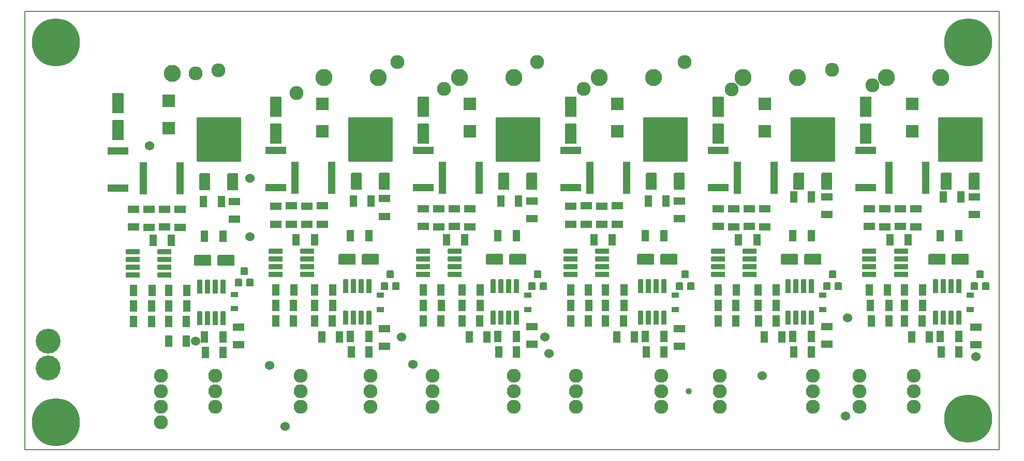
<source format=gbr>
G04 PROTEUS GERBER X2 FILE*
%TF.GenerationSoftware,Labcenter,Proteus,8.7-SP3-Build25561*%
%TF.CreationDate,2021-05-23T19:28:46+00:00*%
%TF.FileFunction,Soldermask,Bot*%
%TF.FilePolarity,Negative*%
%TF.Part,Single*%
%TF.SameCoordinates,{ce74c1e3-353a-4a96-b4f4-cabdf69041bd}*%
%FSLAX45Y45*%
%MOMM*%
G01*
%TA.AperFunction,Material*%
%ADD44C,1.016000*%
%ADD45C,1.524000*%
%ADD46C,2.286000*%
%TA.AperFunction,Material*%
%ADD48C,4.064000*%
%ADD49C,2.794000*%
%AMPPAD062*
4,1,36,
-0.444500,-0.635000,
0.444500,-0.635000,
0.470470,-0.632470,
0.494480,-0.625200,
0.516080,-0.613650,
0.534790,-0.598290,
0.550150,-0.579570,
0.561700,-0.557980,
0.568970,-0.533970,
0.571500,-0.508000,
0.571500,0.508000,
0.568970,0.533970,
0.561700,0.557980,
0.550150,0.579570,
0.534790,0.598290,
0.516080,0.613650,
0.494480,0.625200,
0.470470,0.632470,
0.444500,0.635000,
-0.444500,0.635000,
-0.470470,0.632470,
-0.494480,0.625200,
-0.516080,0.613650,
-0.534790,0.598290,
-0.550150,0.579570,
-0.561700,0.557980,
-0.568970,0.533970,
-0.571500,0.508000,
-0.571500,-0.508000,
-0.568970,-0.533970,
-0.561700,-0.557980,
-0.550150,-0.579570,
-0.534790,-0.598290,
-0.516080,-0.613650,
-0.494480,-0.625200,
-0.470470,-0.632470,
-0.444500,-0.635000,
0*%
%TA.AperFunction,Material*%
%ADD68PPAD062*%
%AMPPAD063*
4,1,36,
3.492500,3.619500,
-3.492500,3.619500,
-3.518470,3.616970,
-3.542480,3.609700,
-3.564080,3.598150,
-3.582790,3.582790,
-3.598150,3.564070,
-3.609700,3.542480,
-3.616970,3.518470,
-3.619500,3.492500,
-3.619500,-3.492500,
-3.616970,-3.518470,
-3.609700,-3.542480,
-3.598150,-3.564070,
-3.582790,-3.582790,
-3.564080,-3.598150,
-3.542480,-3.609700,
-3.518470,-3.616970,
-3.492500,-3.619500,
3.492500,-3.619500,
3.518470,-3.616970,
3.542480,-3.609700,
3.564080,-3.598150,
3.582790,-3.582790,
3.598150,-3.564070,
3.609700,-3.542480,
3.616970,-3.518470,
3.619500,-3.492500,
3.619500,3.492500,
3.616970,3.518470,
3.609700,3.542480,
3.598150,3.564070,
3.582790,3.582790,
3.564080,3.598150,
3.542480,3.609700,
3.518470,3.616970,
3.492500,3.619500,
0*%
%ADD69PPAD063*%
%AMPPAD064*
4,1,36,
0.762000,1.397000,
-0.762000,1.397000,
-0.787970,1.394470,
-0.811980,1.387200,
-0.833580,1.375650,
-0.852290,1.360290,
-0.867650,1.341570,
-0.879200,1.319980,
-0.886470,1.295970,
-0.889000,1.270000,
-0.889000,-1.270000,
-0.886470,-1.295970,
-0.879200,-1.319980,
-0.867650,-1.341570,
-0.852290,-1.360290,
-0.833580,-1.375650,
-0.811980,-1.387200,
-0.787970,-1.394470,
-0.762000,-1.397000,
0.762000,-1.397000,
0.787970,-1.394470,
0.811980,-1.387200,
0.833580,-1.375650,
0.852290,-1.360290,
0.867650,-1.341570,
0.879200,-1.319980,
0.886470,-1.295970,
0.889000,-1.270000,
0.889000,1.270000,
0.886470,1.295970,
0.879200,1.319980,
0.867650,1.341570,
0.852290,1.360290,
0.833580,1.375650,
0.811980,1.387200,
0.787970,1.394470,
0.762000,1.397000,
0*%
%ADD74PPAD064*%
%AMPPAD065*
4,1,4,
-1.054100,-1.054100,
1.054100,-1.054100,
1.054100,1.054100,
-1.054100,1.054100,
-1.054100,-1.054100,
0*%
%TA.AperFunction,Material*%
%ADD75PPAD065*%
%AMPPAD066*
4,1,36,
-0.571500,0.317500,
-0.571500,-0.317500,
-0.568970,-0.343470,
-0.561700,-0.367480,
-0.550150,-0.389080,
-0.534790,-0.407790,
-0.516070,-0.423150,
-0.494480,-0.434700,
-0.470470,-0.441970,
-0.444500,-0.444500,
0.444500,-0.444500,
0.470470,-0.441970,
0.494480,-0.434700,
0.516070,-0.423150,
0.534790,-0.407790,
0.550150,-0.389080,
0.561700,-0.367480,
0.568970,-0.343470,
0.571500,-0.317500,
0.571500,0.317500,
0.568970,0.343470,
0.561700,0.367480,
0.550150,0.389080,
0.534790,0.407790,
0.516070,0.423150,
0.494480,0.434700,
0.470470,0.441970,
0.444500,0.444500,
-0.444500,0.444500,
-0.470470,0.441970,
-0.494480,0.434700,
-0.516070,0.423150,
-0.534790,0.407790,
-0.550150,0.389080,
-0.561700,0.367480,
-0.568970,0.343470,
-0.571500,0.317500,
0*%
%ADD76PPAD066*%
%AMPPAD067*
4,1,4,
-0.596900,-2.654300,
0.596900,-2.654300,
0.596900,2.654300,
-0.596900,2.654300,
-0.596900,-2.654300,
0*%
%ADD77PPAD067*%
%AMPPAD068*
4,1,36,
-0.825500,-1.651000,
0.825500,-1.651000,
0.851470,-1.648470,
0.875480,-1.641200,
0.897080,-1.629650,
0.915790,-1.614290,
0.931150,-1.595570,
0.942700,-1.573980,
0.949970,-1.549970,
0.952500,-1.524000,
0.952500,1.524000,
0.949970,1.549970,
0.942700,1.573980,
0.931150,1.595570,
0.915790,1.614290,
0.897080,1.629650,
0.875480,1.641200,
0.851470,1.648470,
0.825500,1.651000,
-0.825500,1.651000,
-0.851470,1.648470,
-0.875480,1.641200,
-0.897080,1.629650,
-0.915790,1.614290,
-0.931150,1.595570,
-0.942700,1.573980,
-0.949970,1.549970,
-0.952500,1.524000,
-0.952500,-1.524000,
-0.949970,-1.549970,
-0.942700,-1.573980,
-0.931150,-1.595570,
-0.915790,-1.614290,
-0.897080,-1.629650,
-0.875480,-1.641200,
-0.851470,-1.648470,
-0.825500,-1.651000,
0*%
%ADD78PPAD068*%
%AMPPAD069*
4,1,36,
1.143000,-0.317500,
1.143000,0.317500,
1.140470,0.343470,
1.133200,0.367480,
1.121650,0.389080,
1.106290,0.407790,
1.087570,0.423150,
1.065980,0.434700,
1.041970,0.441970,
1.016000,0.444500,
-1.016000,0.444500,
-1.041970,0.441970,
-1.065980,0.434700,
-1.087570,0.423150,
-1.106290,0.407790,
-1.121650,0.389080,
-1.133200,0.367480,
-1.140470,0.343470,
-1.143000,0.317500,
-1.143000,-0.317500,
-1.140470,-0.343470,
-1.133200,-0.367480,
-1.121650,-0.389080,
-1.106290,-0.407790,
-1.087570,-0.423150,
-1.065980,-0.434700,
-1.041970,-0.441970,
-1.016000,-0.444500,
1.016000,-0.444500,
1.041970,-0.441970,
1.065980,-0.434700,
1.087570,-0.423150,
1.106290,-0.407790,
1.121650,-0.389080,
1.133200,-0.367480,
1.140470,-0.343470,
1.143000,-0.317500,
0*%
%TA.AperFunction,Material*%
%ADD79PPAD069*%
%AMPPAD070*
4,1,36,
-0.317500,-1.143000,
0.317500,-1.143000,
0.343470,-1.140470,
0.367480,-1.133200,
0.389080,-1.121650,
0.407790,-1.106290,
0.423150,-1.087570,
0.434700,-1.065980,
0.441970,-1.041970,
0.444500,-1.016000,
0.444500,1.016000,
0.441970,1.041970,
0.434700,1.065980,
0.423150,1.087570,
0.407790,1.106290,
0.389080,1.121650,
0.367480,1.133200,
0.343470,1.140470,
0.317500,1.143000,
-0.317500,1.143000,
-0.343470,1.140470,
-0.367480,1.133200,
-0.389080,1.121650,
-0.407790,1.106290,
-0.423150,1.087570,
-0.434700,1.065980,
-0.441970,1.041970,
-0.444500,1.016000,
-0.444500,-1.016000,
-0.441970,-1.041970,
-0.434700,-1.065980,
-0.423150,-1.087570,
-0.407790,-1.106290,
-0.389080,-1.121650,
-0.367480,-1.133200,
-0.343470,-1.140470,
-0.317500,-1.143000,
0*%
%ADD80PPAD070*%
%AMPPAD071*
4,1,4,
-1.701800,0.622300,
-1.701800,-0.622300,
1.701800,-0.622300,
1.701800,0.622300,
-1.701800,0.622300,
0*%
%TA.AperFunction,Material*%
%ADD81PPAD071*%
%AMPPAD052*
4,1,36,
-1.397000,-0.762000,
-1.397000,0.762000,
-1.394470,0.787970,
-1.387200,0.811980,
-1.375650,0.833580,
-1.360290,0.852290,
-1.341570,0.867650,
-1.319980,0.879200,
-1.295970,0.886470,
-1.270000,0.889000,
1.270000,0.889000,
1.295970,0.886470,
1.319980,0.879200,
1.341570,0.867650,
1.360290,0.852290,
1.375650,0.833580,
1.387200,0.811980,
1.394470,0.787970,
1.397000,0.762000,
1.397000,-0.762000,
1.394470,-0.787970,
1.387200,-0.811980,
1.375650,-0.833580,
1.360290,-0.852290,
1.341570,-0.867650,
1.319980,-0.879200,
1.295970,-0.886470,
1.270000,-0.889000,
-1.270000,-0.889000,
-1.295970,-0.886470,
-1.319980,-0.879200,
-1.341570,-0.867650,
-1.360290,-0.852290,
-1.375650,-0.833580,
-1.387200,-0.811980,
-1.394470,-0.787970,
-1.397000,-0.762000,
0*%
%ADD58PPAD052*%
%AMPPAD072*
4,1,4,
0.571500,0.901700,
-0.571500,0.901700,
-0.571500,-0.901700,
0.571500,-0.901700,
0.571500,0.901700,
0*%
%ADD82PPAD072*%
%AMPPAD073*
4,1,4,
0.901700,-0.571500,
0.901700,0.571500,
-0.901700,0.571500,
-0.901700,-0.571500,
0.901700,-0.571500,
0*%
%ADD83PPAD073*%
%TA.AperFunction,Material*%
%ADD62C,7.874000*%
%TA.AperFunction,Profile*%
%ADD38C,0.203200*%
%TD.AperFunction*%
D44*
X+1145382Y-2682923D03*
D45*
X-1270000Y-2413000D03*
X+6032500Y-2095500D03*
X+1079500Y-2413000D03*
X+1143584Y-2681125D03*
D44*
X-3424759Y-2876572D03*
X+3429000Y-3302000D03*
D45*
X+4635500Y-3048000D03*
X+5995294Y-3705851D03*
X+8128000Y-2730500D03*
D46*
X-2984500Y+1587500D03*
X-571500Y+1651000D03*
X+1714500Y+1651000D03*
X+4134346Y+1645009D03*
X+5778500Y+1968500D03*
X+6437156Y+1707029D03*
X+3365500Y+2095500D03*
X+952500Y+2095500D03*
X-1333500Y+2095500D03*
D45*
X-4635500Y-2476500D03*
X-3429000Y-2876572D03*
X-3175000Y-3873500D03*
X-3749845Y-768079D03*
X-3746500Y+190500D03*
D46*
X-4263961Y+1955083D03*
D45*
X-5394560Y+718686D03*
X-1079500Y-2857500D03*
D48*
X-7048500Y-2476500D03*
X-7048500Y-2921000D03*
D49*
X-1651000Y+1841500D03*
D46*
X-2921000Y-3556000D03*
X-2921000Y-3048000D03*
X-2921000Y-3302000D03*
D49*
X+571500Y+1841500D03*
D46*
X-762000Y-3556000D03*
X-762000Y-3302000D03*
X-762000Y-3048000D03*
X+1587500Y-3302000D03*
X+1587500Y-3556000D03*
X+1587500Y-3048000D03*
D49*
X+2857500Y+1841500D03*
D46*
X+3937000Y-3556000D03*
X+6223000Y-3556000D03*
X+3937000Y-3048000D03*
X+6223000Y-3048000D03*
X+3937000Y-3302000D03*
X+6223000Y-3302000D03*
D49*
X+5207000Y+1841500D03*
X+7556500Y+1841500D03*
D68*
X+8196580Y-1389380D03*
X+8290560Y-1579880D03*
X+8102600Y-1579880D03*
D69*
X+7874000Y+825500D03*
D74*
X+8102600Y+134620D03*
X+7645400Y+134620D03*
D68*
X+5783580Y-1389380D03*
X+5877560Y-1579880D03*
X+5689600Y-1579880D03*
D69*
X+5461000Y+825500D03*
D74*
X+5689600Y+134620D03*
X+5232400Y+134620D03*
D68*
X+3370580Y-1389380D03*
X+3464560Y-1579880D03*
X+3276600Y-1579880D03*
D69*
X+3048000Y+825500D03*
D74*
X+3276600Y+134620D03*
X+2819400Y+134620D03*
D68*
X+957580Y-1389380D03*
X+1051560Y-1579880D03*
X+863600Y-1579880D03*
D69*
X+635000Y+825500D03*
D74*
X+863600Y+134620D03*
X+406400Y+134620D03*
D68*
X-1455420Y-1389380D03*
X-1361440Y-1579880D03*
X-1549400Y-1579880D03*
D69*
X-1778000Y+825500D03*
D74*
X-1549400Y+134620D03*
X-2006600Y+134620D03*
D75*
X+7086600Y+1404620D03*
X+7086600Y+954620D03*
D76*
X+8039100Y-1960880D03*
X+8039100Y-1725930D03*
D75*
X+4673600Y+1404620D03*
X+4673600Y+954620D03*
D76*
X+5626100Y-1960880D03*
X+5626100Y-1725930D03*
D75*
X+2260600Y+1404620D03*
X+2260600Y+954620D03*
D76*
X+3213100Y-1960880D03*
X+3213100Y-1725930D03*
D75*
X-152400Y+1404620D03*
X-152400Y+954620D03*
D76*
X+800100Y-1960880D03*
X+800100Y-1725930D03*
D75*
X-2565400Y+1404620D03*
X-2565400Y+954620D03*
D76*
X-1612900Y-1960880D03*
X-1612900Y-1725930D03*
D77*
X+6705600Y+198120D03*
X+7305600Y+198120D03*
X+4229100Y+198120D03*
X+4829100Y+198120D03*
X+1816100Y+198120D03*
X+2416100Y+198120D03*
X-596900Y+198120D03*
X+3100Y+198120D03*
X-3009900Y+198120D03*
X-2409900Y+198120D03*
D46*
X+7112000Y-3302000D03*
X+5461000Y-3302000D03*
X+2984500Y-3302000D03*
X+571500Y-3302000D03*
X-1778000Y-3302000D03*
X+7112000Y-3556000D03*
X+5461000Y-3556000D03*
X+2984500Y-3556000D03*
X+571500Y-3556000D03*
X-1778000Y-3556000D03*
X+7112000Y-3048000D03*
X+5461000Y-3048000D03*
X+2984500Y-3048000D03*
X+571500Y-3048000D03*
X-1778000Y-3048000D03*
D49*
X+6667500Y+1841500D03*
X+4318000Y+1841500D03*
X+1968500Y+1841500D03*
X-317500Y+1841500D03*
X-2540000Y+1841500D03*
D78*
X+6324600Y+914620D03*
X+6324600Y+1359120D03*
X+3911600Y+914620D03*
X+3911600Y+1359120D03*
X+1498600Y+914620D03*
X+1498600Y+1359120D03*
X-914400Y+914620D03*
X-914400Y+1359120D03*
X-3327400Y+914620D03*
X-3327400Y+1359120D03*
D79*
X+6908800Y-1008380D03*
X+6908800Y-1135380D03*
X+6908800Y-1262380D03*
X+6908800Y-1389380D03*
X+6388100Y-1389380D03*
X+6388100Y-1262380D03*
X+6388100Y-1135380D03*
X+6388100Y-1008380D03*
D80*
X+7848600Y-2100580D03*
X+7721600Y-2100580D03*
X+7594600Y-2100580D03*
X+7467600Y-2100580D03*
X+7467600Y-1579880D03*
X+7594600Y-1579880D03*
X+7721600Y-1579880D03*
X+7848600Y-1579880D03*
D79*
X+4432300Y-1008380D03*
X+4432300Y-1135380D03*
X+4432300Y-1262380D03*
X+4432300Y-1389380D03*
X+3911600Y-1389380D03*
X+3911600Y-1262380D03*
X+3911600Y-1135380D03*
X+3911600Y-1008380D03*
D80*
X+5435600Y-2100580D03*
X+5308600Y-2100580D03*
X+5181600Y-2100580D03*
X+5054600Y-2100580D03*
X+5054600Y-1579880D03*
X+5181600Y-1579880D03*
X+5308600Y-1579880D03*
X+5435600Y-1579880D03*
D79*
X+2019300Y-1008380D03*
X+2019300Y-1135380D03*
X+2019300Y-1262380D03*
X+2019300Y-1389380D03*
X+1498600Y-1389380D03*
X+1498600Y-1262380D03*
X+1498600Y-1135380D03*
X+1498600Y-1008380D03*
D80*
X+3022600Y-2100580D03*
X+2895600Y-2100580D03*
X+2768600Y-2100580D03*
X+2641600Y-2100580D03*
X+2641600Y-1579880D03*
X+2768600Y-1579880D03*
X+2895600Y-1579880D03*
X+3022600Y-1579880D03*
D79*
X-393700Y-1008380D03*
X-393700Y-1135380D03*
X-393700Y-1262380D03*
X-393700Y-1389380D03*
X-914400Y-1389380D03*
X-914400Y-1262380D03*
X-914400Y-1135380D03*
X-914400Y-1008380D03*
D80*
X+609600Y-2100580D03*
X+482600Y-2100580D03*
X+355600Y-2100580D03*
X+228600Y-2100580D03*
X+228600Y-1579880D03*
X+355600Y-1579880D03*
X+482600Y-1579880D03*
X+609600Y-1579880D03*
D79*
X-2806700Y-1008380D03*
X-2806700Y-1135380D03*
X-2806700Y-1262380D03*
X-2806700Y-1389380D03*
X-3327400Y-1389380D03*
X-3327400Y-1262380D03*
X-3327400Y-1135380D03*
X-3327400Y-1008380D03*
D80*
X-1803400Y-2100580D03*
X-1930400Y-2100580D03*
X-2057400Y-2100580D03*
X-2184400Y-2100580D03*
X-2184400Y-1579880D03*
X-2057400Y-1579880D03*
X-1930400Y-1579880D03*
X-1803400Y-1579880D03*
D81*
X-3327400Y+642620D03*
X-3327400Y+32620D03*
X+6324600Y+642620D03*
X+6324600Y+32620D03*
X+1498600Y+642620D03*
X+1498600Y+32620D03*
X+3911600Y+642620D03*
X+3911600Y+32620D03*
X-914400Y+642620D03*
X-914400Y+32620D03*
D58*
X+7874000Y-1143000D03*
X+7493000Y-1143000D03*
D82*
X+7848600Y-754380D03*
X+7548600Y-754380D03*
D58*
X+5461000Y-1143000D03*
X+5080000Y-1143000D03*
D82*
X+5435600Y-754380D03*
X+5135600Y-754380D03*
D58*
X+3111500Y-1143000D03*
X+2730500Y-1143000D03*
D82*
X+3022600Y-754380D03*
X+2722600Y-754380D03*
D58*
X+635000Y-1143000D03*
X+254000Y-1143000D03*
D82*
X+609600Y-754380D03*
X+309600Y-754380D03*
D58*
X-1778000Y-1143000D03*
X-2159000Y-1143000D03*
D82*
X-1803400Y-754380D03*
X-2103400Y-754380D03*
X+6705600Y-2151380D03*
X+6415600Y-2151380D03*
X+6678100Y-1643380D03*
X+6388100Y-1643380D03*
D83*
X+6388100Y-599880D03*
X+6388100Y-309880D03*
X+6896100Y-599880D03*
X+6896100Y-309880D03*
D82*
X+7249600Y-2151380D03*
X+6959600Y-2151380D03*
D83*
X+8128000Y-2250000D03*
X+8128000Y-2540000D03*
D82*
X+7848600Y-2405380D03*
X+7548600Y-2405380D03*
D83*
X+7150100Y-309880D03*
X+7150100Y-609880D03*
X+8102600Y-119380D03*
X+8102600Y-409380D03*
D82*
X+7594600Y-119380D03*
X+7884600Y-119380D03*
X+7848600Y-2659380D03*
X+7558600Y-2659380D03*
D83*
X+6642100Y-309880D03*
X+6642100Y-609880D03*
D82*
X+7023100Y-817880D03*
X+6723100Y-817880D03*
X+7259600Y-1643380D03*
X+6959600Y-1643380D03*
X+7259600Y-1897380D03*
X+6959600Y-1897380D03*
X+6705600Y-1897380D03*
X+6405600Y-1897380D03*
X+4864100Y-1897380D03*
X+4564100Y-1897380D03*
X+4546600Y-817880D03*
X+4246600Y-817880D03*
X+4211600Y-1643380D03*
X+3911600Y-1643380D03*
D83*
X+4165600Y-309880D03*
X+4165600Y-609880D03*
D82*
X+4864100Y-1643380D03*
X+4564100Y-1643380D03*
X+5435600Y-2405380D03*
X+5135600Y-2405380D03*
X+5435600Y-2659380D03*
X+5145600Y-2659380D03*
D83*
X+5689600Y-2242380D03*
X+5689600Y-2532380D03*
X+5689600Y-119380D03*
X+5689600Y-409380D03*
D82*
X+5145600Y-119380D03*
X+5435600Y-119380D03*
X+3022600Y-2659380D03*
X+2732600Y-2659380D03*
D83*
X+3276600Y-2278380D03*
X+3276600Y-2568380D03*
X+3276600Y-182880D03*
X+3276600Y-472880D03*
D82*
X+2768600Y-182880D03*
X+3058600Y-182880D03*
D83*
X+3911600Y-599880D03*
X+3911600Y-309880D03*
X+4419600Y-599880D03*
X+4419600Y-309880D03*
X+4673600Y-309880D03*
X+4673600Y-609880D03*
D82*
X+4201600Y-2151380D03*
X+3911600Y-2151380D03*
X+4201600Y-1897380D03*
X+3911600Y-1897380D03*
X+4864100Y-2151380D03*
X+4574100Y-2151380D03*
X+3022600Y-2405380D03*
X+2722600Y-2405380D03*
D83*
X+2006600Y-563880D03*
X+2006600Y-273880D03*
X+1498600Y-563880D03*
X+1498600Y-273880D03*
X-914400Y-599880D03*
X-914400Y-309880D03*
X-406400Y-599880D03*
X-406400Y-309880D03*
X+1752600Y-263880D03*
X+1752600Y-563880D03*
X-660400Y-309880D03*
X-660400Y-609880D03*
D82*
X+2179600Y-817880D03*
X+1879600Y-817880D03*
X-233400Y-817880D03*
X-533400Y-817880D03*
D83*
X+2260600Y-263880D03*
X+2260600Y-563880D03*
X-152400Y-309880D03*
X-152400Y-609880D03*
X-3327400Y-563880D03*
X-3327400Y-273880D03*
X-2819400Y-563880D03*
X-2819400Y-273880D03*
X-2565400Y-263880D03*
X-2565400Y-563880D03*
X-3073400Y-263880D03*
X-3073400Y-563880D03*
D82*
X-2692400Y-817880D03*
X-2992400Y-817880D03*
X+1788600Y-2151380D03*
X+1498600Y-2151380D03*
X+1788600Y-1643380D03*
X+1498600Y-1643380D03*
X+2360100Y-2151380D03*
X+2070100Y-2151380D03*
X+2370100Y-1897380D03*
X+2070100Y-1897380D03*
X+1798600Y-1897380D03*
X+1498600Y-1897380D03*
X+2370100Y-1643380D03*
X+2070100Y-1643380D03*
X+609600Y-2405380D03*
X+309600Y-2405380D03*
D83*
X+863600Y-2242380D03*
X+863600Y-2532380D03*
D82*
X+609600Y-2659380D03*
X+319600Y-2659380D03*
D83*
X+863600Y-182880D03*
X+863600Y-472880D03*
D82*
X+355600Y-182880D03*
X+645600Y-182880D03*
X+10600Y-2151380D03*
X-279400Y-2151380D03*
X-624400Y-2151380D03*
X-914400Y-2151380D03*
X-624400Y-1643380D03*
X-914400Y-1643380D03*
X+20600Y-1897380D03*
X-279400Y-1897380D03*
X-614400Y-1897380D03*
X-914400Y-1897380D03*
X+20600Y-1643380D03*
X-279400Y-1643380D03*
X-2392400Y-1897380D03*
X-2692400Y-1897380D03*
X-3027400Y-1643380D03*
X-3327400Y-1643380D03*
X-2392400Y-1643380D03*
X-2692400Y-1643380D03*
X-1803400Y-2405380D03*
X-2103400Y-2405380D03*
X-3037400Y-2151380D03*
X-3327400Y-2151380D03*
X-3037400Y-1897380D03*
X-3327400Y-1897380D03*
X-2402400Y-2151380D03*
X-2692400Y-2151380D03*
D83*
X-1549400Y-2278380D03*
X-1549400Y-2568380D03*
X-1549400Y-146880D03*
X-1549400Y-436880D03*
D82*
X-2057400Y-182880D03*
X-1767400Y-182880D03*
X-1803400Y-2659380D03*
X-2093400Y-2659380D03*
D69*
X-4254500Y+817880D03*
D74*
X-4025900Y+127000D03*
X-4483100Y+127000D03*
D81*
X-5905500Y+635000D03*
X-5905500Y+25000D03*
D79*
X-5143500Y-1016000D03*
X-5143500Y-1143000D03*
X-5143500Y-1270000D03*
X-5143500Y-1397000D03*
X-5664200Y-1397000D03*
X-5664200Y-1270000D03*
X-5664200Y-1143000D03*
X-5664200Y-1016000D03*
D80*
X-4191000Y-2108200D03*
X-4318000Y-2108200D03*
X-4445000Y-2108200D03*
X-4572000Y-2108200D03*
X-4572000Y-1587500D03*
X-4445000Y-1587500D03*
X-4318000Y-1587500D03*
X-4191000Y-1587500D03*
D75*
X-5080000Y+1460500D03*
X-5080000Y+1010500D03*
D76*
X-4000500Y-1949450D03*
X-4000500Y-1714500D03*
D68*
X-3843020Y-1333500D03*
X-3749040Y-1524000D03*
X-3937000Y-1524000D03*
D78*
X-5905500Y+970500D03*
X-5905500Y+1415000D03*
D77*
X-5489500Y+190500D03*
X-4889500Y+190500D03*
D49*
X-5016500Y+1905000D03*
D46*
X-4318000Y-3556000D03*
X-4318000Y-3048000D03*
X-4318000Y-3302000D03*
D82*
X-4780000Y-1905000D03*
X-5080000Y-1905000D03*
X-5034000Y-825500D03*
X-5334000Y-825500D03*
X-5351500Y-1651000D03*
X-5651500Y-1651000D03*
D83*
X-5397500Y-317500D03*
X-5397500Y-617500D03*
D82*
X-4780000Y-1651000D03*
X-5080000Y-1651000D03*
X-4191000Y-2413000D03*
X-4491000Y-2413000D03*
X-4191000Y-762000D03*
X-4491000Y-762000D03*
D83*
X-4889500Y-317500D03*
X-4889500Y-617500D03*
D58*
X-4141610Y-1157110D03*
X-4522610Y-1157110D03*
D82*
X-5361500Y-2159000D03*
X-5651500Y-2159000D03*
X-5361500Y-1905000D03*
X-5651500Y-1905000D03*
D83*
X-5651500Y-607500D03*
X-5651500Y-317500D03*
X-5143500Y-607500D03*
X-5143500Y-317500D03*
D82*
X-4790000Y-2159000D03*
X-5080000Y-2159000D03*
D83*
X-3937000Y-2250000D03*
X-3937000Y-2540000D03*
X-4000500Y-190500D03*
X-4000500Y-480500D03*
D82*
X-4508500Y-190500D03*
X-4218500Y-190500D03*
X-4191000Y-2667000D03*
X-4481000Y-2667000D03*
D62*
X-6921500Y-3810000D03*
X-6921500Y+2413000D03*
X+8001000Y+2413000D03*
X+8001000Y-3746500D03*
D46*
X-5207000Y-3048000D03*
X-5207000Y-3302000D03*
X-5207000Y-3556000D03*
X-5207000Y-3810000D03*
X-4635500Y+1905000D03*
D82*
X+7366000Y-2413000D03*
X+7076000Y-2413000D03*
X+4953000Y-2413000D03*
X+4663000Y-2413000D03*
X+2540000Y-2413000D03*
X+2250000Y-2413000D03*
X+127000Y-2413000D03*
X-163000Y-2413000D03*
X-2286000Y-2413000D03*
X-2576000Y-2413000D03*
X-4790000Y-2476500D03*
X-5080000Y-2476500D03*
D38*
X-7429500Y-4254500D02*
X+8509000Y-4254500D01*
X+8509000Y+2921000D01*
X-7429500Y+2921000D01*
X-7429500Y-4254500D01*
M02*

</source>
